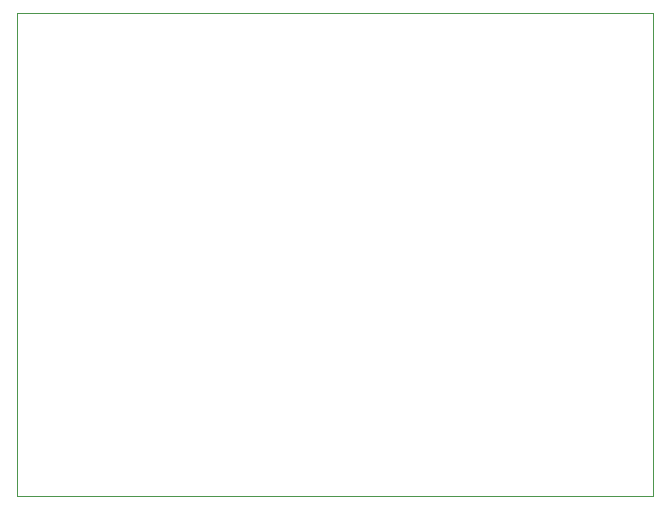
<source format=gbr>
%FSLAX34Y34*%
%MOMM*%
%LNOUTLINE*%
G71*
G01*
%ADD10C, 0.100*%
%LPD*%
G54D10*
X5397Y994728D02*
X544672Y994728D01*
X544672Y585472D01*
X5397Y585472D01*
X5397Y994728D01*
M02*

</source>
